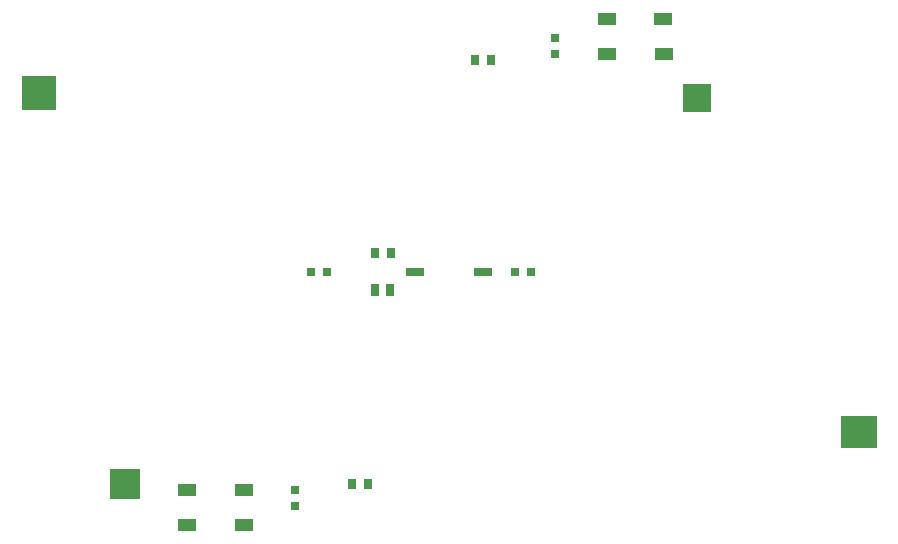
<source format=gbr>
G04 ===== Begin FILE IDENTIFICATION =====*
G04 File Format:  Gerber RS274X*
G04 ===== End FILE IDENTIFICATION =====*
%FSLAX66Y66*%
%MOIN*%
%SFA1.0000B1.0000*%
%OFA0.0B0.0*%
%ADD14R,0.098256X0.098256*%
%ADD15R,0.062567X0.041709*%
%ADD16R,0.062760X0.041118*%
%ADD17R,0.063634X0.041193*%
%ADD18R,0.062921X0.041787*%
%ADD19R,0.027441X0.025567*%
%ADD20R,0.027374X0.025878*%
%ADD21R,0.025567X0.035228*%
%ADD22R,0.025827X0.035425*%
%ADD23R,0.025524X0.027512*%
%ADD24R,0.025465X0.027512*%
%ADD25R,0.025776X0.035445*%
%ADD26R,0.025331X0.035555*%
%ADD27R,0.025736X0.038839*%
%ADD28R,0.025319X0.038843*%
%ADD29R,0.025480X0.027598*%
%ADD30R,0.025551X0.027618*%
%ADD31R,0.063252X0.041209*%
%ADD32R,0.121748X0.111551*%
%ADD33R,0.118039X0.113665*%
%ADD34R,0.061945X0.031217*%
%ADD35R,0.061622X0.031240*%
%ADD36R,0.063079X0.041047*%
%ADD37R,0.098610X0.098610*%
%ADD38R,0.027366X0.025902*%
%ADD39R,0.025543X0.035374*%
%ADD40R,0.062827X0.041043*%
%ADD41R,0.025303X0.035213*%
%ADD42R,0.062949X0.040921*%
%ADD43R,0.027535X0.025413*%
%LNsolder_mask*%
%IPPOS*%
%LPD*%
G75*
D14*
X2053715Y1999049D03*
D15*
X1754520Y2263803D03*
D16*
X1943510Y2147886D03*
D17*
X1754179Y2147675D03*
D18*
X1943224Y2263382D03*
D19*
X1583189Y2147531D03*
D20*
X1583317Y2200907D03*
D21*
X1368386Y2126898D03*
D22*
X1315031Y2126890D03*
D23*
X1501537Y1420445D03*
D24*
X1448362Y1420441D03*
D25*
X980636Y1483498D03*
D26*
X1033374Y1483427D03*
D27*
X980585Y1359833D03*
D28*
X1033156Y1360079D03*
D29*
X822567Y1420433D03*
D30*
X769358Y1420392D03*
D31*
X354874Y693368D03*
D32*
X2594697Y886882D03*
D33*
X-137957Y2017030D03*
D34*
X1340197Y1420270D03*
D35*
X1116181Y1420494D03*
D36*
X543866Y693394D03*
D37*
X148719Y714230D03*
D38*
X715325Y693407D03*
D39*
X905614Y713896D03*
D40*
X354972Y577132D03*
D41*
X958758Y713976D03*
D42*
X544112Y577217D03*
D43*
X715354Y639994D03*
M02*


</source>
